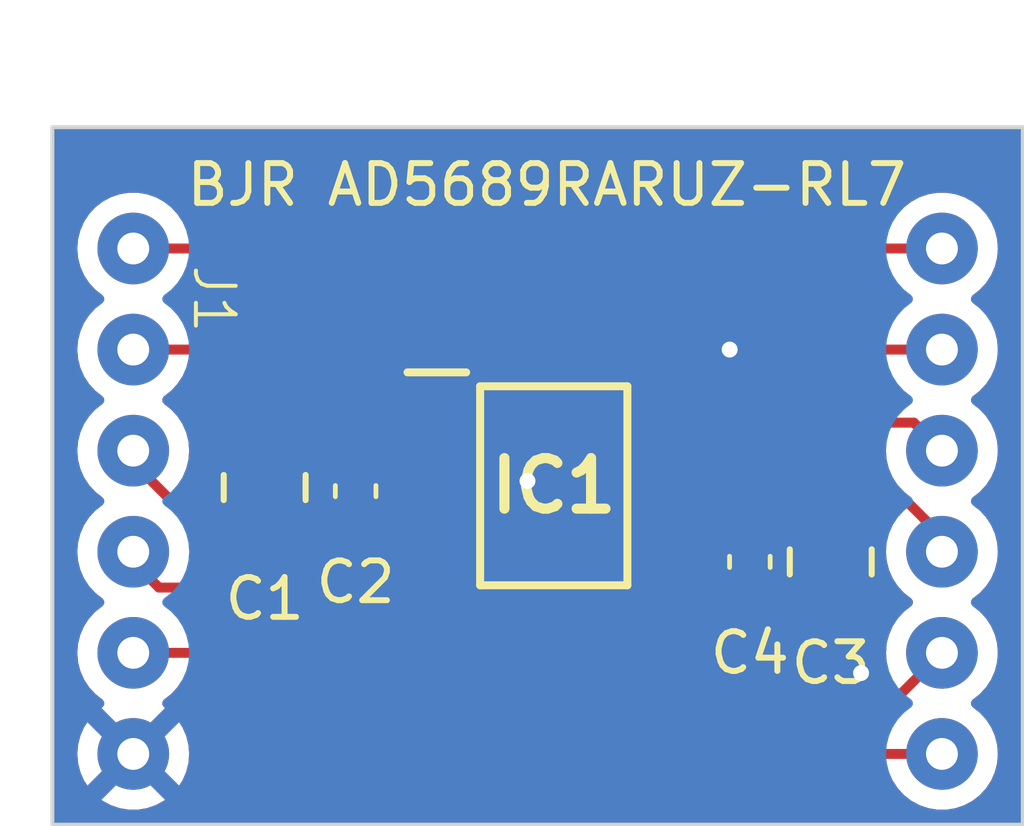
<source format=kicad_pcb>
(kicad_pcb (version 20221018) (generator pcbnew)
  (layers (0 "F.Cu" signal) (31 "B.Cu" signal) (34 "B.Paste" user) (35 "F.Paste" user) (36 "B.SilkS" user "B.Silkscreen") (37 "F.SilkS" user "F.Silkscreen") (38 "B.Mask" user) (39 "F.Mask" user) (44 "Edge.Cuts" user))
  (net 0 "")
  (net 1 "5V")
  (net 2 "GND")
  (net 3 "2V5_ref")
  (net 5 "VOUT_A")
  (net 7 "VOUT_B")
  (net 8 "SDO")
  (net 9 "!LDAC")
  (net 10 "3V3")
  (net 11 "SCLK")
  (net 12 "!SYNC")
  (net 13 "SDIN")
  (net 14 "!RESET")
  (footprint "21xt_footprints:SOP65P640X120-16N" (layer "F.Cu") (at 38.506176 31.3623)
    (fp_text reference "IC1" (at 0 0) (layer "F.SilkS") (effects (font (size 1.27 1.27) (thickness 0.254))))
    (fp_text value "AD5689RARUZ-RL7" hide)
    (fp_line (start -3.675 -2.85) (end -2.2 -2.85) (stroke (width 0.2)) (layer "F.SilkS"))
    (fp_line (start -1.85 -2.5) (end 1.85 -2.5) (stroke (width 0.2)) (layer "F.SilkS"))
    (fp_line (start -1.85 2.5) (end -1.85 -2.5) (stroke (width 0.2)) (layer "F.SilkS"))
    (fp_line (start 1.85 -2.5) (end 1.85 2.5) (stroke (width 0.2)) (layer "F.SilkS"))
    (fp_line (start 1.85 2.5) (end -1.85 2.5) (stroke (width 0.2)) (layer "F.SilkS"))
    (pad "1" smd rect (at -2.938 -2.275 90) (size 0.45 1.475) (layers "F.Cu" "F.Paste" "F.Mask") (net 3 "2V5_ref"))
    (pad "2" smd rect (at -2.938 -1.625 90) (size 0.45 1.475) (layers "F.Cu" "F.Paste" "F.Mask"))
    (pad "3" smd rect (at -2.938 -0.975 90) (size 0.45 1.475) (layers "F.Cu" "F.Paste" "F.Mask") (net 5 "VOUT_A"))
    (pad "4" smd rect (at -2.938 -0.325 90) (size 0.45 1.475) (layers "F.Cu" "F.Paste" "F.Mask") (net 2 "GND"))
    (pad "5" smd rect (at -2.938 0.325 90) (size 0.45 1.475) (layers "F.Cu" "F.Paste" "F.Mask") (net 1 "5V"))
    (pad "6" smd rect (at -2.938 0.975 90) (size 0.45 1.475) (layers "F.Cu" "F.Paste" "F.Mask"))
    (pad "7" smd rect (at -2.938 1.625 90) (size 0.45 1.475) (layers "F.Cu" "F.Paste" "F.Mask") (net 7 "VOUT_B"))
    (pad "8" smd rect (at -2.938 2.275 90) (size 0.45 1.475) (layers "F.Cu" "F.Paste" "F.Mask") (net 8 "SDO"))
    (pad "9" smd rect (at 2.938 2.275 90) (size 0.45 1.475) (layers "F.Cu" "F.Paste" "F.Mask") (net 9 "!LDAC"))
    (pad "10" smd rect (at 2.938 1.625 90) (size 0.45 1.475) (layers "F.Cu" "F.Paste" "F.Mask") (net 10 "3V3"))
    (pad "11" smd rect (at 2.938 0.975 90) (size 0.45 1.475) (layers "F.Cu" "F.Paste" "F.Mask") (net 10 "3V3"))
    (pad "12" smd rect (at 2.938 0.325 90) (size 0.45 1.475) (layers "F.Cu" "F.Paste" "F.Mask") (net 11 "SCLK"))
    (pad "13" smd rect (at 2.938 -0.325 90) (size 0.45 1.475) (layers "F.Cu" "F.Paste" "F.Mask") (net 12 "!SYNC"))
    (pad "14" smd rect (at 2.938 -0.975 90) (size 0.45 1.475) (layers "F.Cu" "F.Paste" "F.Mask") (net 13 "SDIN"))
    (pad "15" smd rect (at 2.938 -1.625 90) (size 0.45 1.475) (layers "F.Cu" "F.Paste" "F.Mask") (net 14 "!RESET"))
    (pad "16" smd rect (at 2.938 -2.275 90) (size 0.45 1.475) (layers "F.Cu" "F.Paste" "F.Mask") (net 2 "GND"))
  )
  (footprint "21xt_footprints:6pin-6pin breadboard" (layer "F.Cu") (at 35.56 38.1)
    (fp_text reference "J1" (at -5.588 -11.43 -90 unlocked) (layer "F.SilkS") (effects (font (thickness 0.1))))
    (fp_text value "Conn_01x12_Pin")
    (pad "1" thru_hole circle (at -7.62 -12.7 270) (size 1.8 1.8) (drill 0.8) (layers "*.Cu" "*.Mask") (net 3 "2V5_ref"))
    (pad "2" thru_hole circle (at -7.62 -10.16 270) (size 1.8 1.8) (drill 0.8) (layers "*.Cu" "*.Mask") (net 5 "VOUT_A"))
    (pad "3" thru_hole circle (at -7.62 -7.62 270) (size 1.8 1.8) (drill 0.8) (layers "*.Cu" "*.Mask") (net 1 "5V"))
    (pad "4" thru_hole circle (at -7.62 -5.08 270) (size 1.8 1.8) (drill 0.8) (layers "*.Cu" "*.Mask") (net 7 "VOUT_B"))
    (pad "5" thru_hole circle (at -7.62 -2.54 270) (size 1.8 1.8) (drill 0.8) (layers "*.Cu" "*.Mask") (net 8 "SDO"))
    (pad "6" thru_hole circle (at -7.62 0 270) (size 1.8 1.8) (drill 0.8) (layers "*.Cu" "*.Mask") (net 2 "GND"))
    (pad "7" thru_hole circle (at 12.7 -12.7 270) (size 1.8 1.8) (drill 0.8) (layers "*.Cu" "*.Mask") (net 14 "!RESET"))
    (pad "8" thru_hole circle (at 12.7 -10.16 270) (size 1.8 1.8) (drill 0.8) (layers "*.Cu" "*.Mask") (net 13 "SDIN"))
    (pad "9" thru_hole circle (at 12.7 -7.62 270) (size 1.8 1.8) (drill 0.8) (layers "*.Cu" "*.Mask") (net 12 "!SYNC"))
    (pad "10" thru_hole circle (at 12.7 -5.08 270) (size 1.8 1.8) (drill 0.8) (layers "*.Cu" "*.Mask") (net 11 "SCLK"))
    (pad "11" thru_hole circle (at 12.7 -2.54 270) (size 1.8 1.8) (drill 0.8) (layers "*.Cu" "*.Mask") (net 9 "!LDAC"))
    (pad "12" thru_hole circle (at 12.7 0 270) (size 1.8 1.8) (drill 0.8) (layers "*.Cu" "*.Mask") (net 10 "3V3"))
  )
  (footprint "Capacitor_SMD:C_0603_1608Metric" (layer "F.Cu") (at 43.434 33.274 -90)
    (fp_text reference "C4" (at 2.286 0 -180) (layer "F.SilkS"))
    (fp_text value "0.1u")
    (fp_line (start -0.14058 -0.51) (end 0.14058 -0.51) (stroke (width 0.12)) (layer "F.SilkS"))
    (fp_line (start -0.14058 0.51) (end 0.14058 0.51) (stroke (width 0.12)) (layer "F.SilkS"))
    (pad "1" smd roundrect (at -0.775 0 270) (size 0.9 0.95) (layers "F.Cu" "F.Paste" "F.Mask") (net 10 "3V3"))
    (pad "2" smd roundrect (at 0.775 0 270) (size 0.9 0.95) (layers "F.Cu" "F.Paste" "F.Mask") (net 2 "GND"))
  )
  (footprint "21xt_footprints:CAP_TPS_A_AVX" (layer "F.Cu") (at 45.466 33.274 -90)
    (fp_text reference "C3" (at 2.54 0 unlocked) (layer "F.SilkS"))
    (fp_text value "10u")
    (fp_line (start -0.315613 1.0287) (end 0.315613 1.0287) (stroke (width 0.1524)) (layer "F.SilkS"))
    (fp_line (start 0.315613 -1.0287) (end -0.315613 -1.0287) (stroke (width 0.1524)) (layer "F.SilkS"))
    (pad "1" smd rect (at -1.105424 0) (size 1.397 1.497552) (layers "F.Cu" "F.Paste" "F.Mask") (net 10 "3V3"))
    (pad "2" smd rect (at 1.105424 0) (size 1.397 1.497552) (layers "F.Cu" "F.Paste" "F.Mask") (net 2 "GND"))
    (zone (net 0) (net_name "") (layer "F.Cu") (connect_pads (clearance 0)) (min_thickness 0.254)
      (keepout (tracks not_allowed) (vias not_allowed) (pads allowed) (copperpour not_allowed) (footprints allowed))
      (fill (thermal_gap 0.508) (thermal_bridge_width 0.508))
      (polygon (pts (xy 44.7167 31.623) (xy 44.7167 34.925) (xy 44.6151 34.925) (xy 44.6151 31.623)))
    )
    (zone (net 0) (net_name "") (layer "F.Cu") (connect_pads (clearance 0)) (min_thickness 0.254)
      (keepout (tracks not_allowed) (vias not_allowed) (pads allowed) (copperpour not_allowed) (footprints allowed))
      (fill (thermal_gap 0.508) (thermal_bridge_width 0.508))
      (polygon (pts (xy 46.2153 32.968151) (xy 46.2153 33.579849) (xy 44.7167 33.579849) (xy 44.7167 32.968151)))
    )
    (zone (net 0) (net_name "") (layer "F.Cu") (connect_pads (clearance 0)) (min_thickness 0.254)
      (keepout (tracks not_allowed) (vias not_allowed) (pads allowed) (copperpour not_allowed) (footprints allowed))
      (fill (thermal_gap 0.508) (thermal_bridge_width 0.508))
      (polygon (pts (xy 46.3169 31.623) (xy 46.3169 34.925) (xy 46.2153 34.925) (xy 46.2153 31.623)))
    )
  )
  (footprint "Capacitor_SMD:C_0603_1608Metric" (layer "F.Cu") (at 33.528 31.496 90)
    (fp_text reference "C2" (at -2.286 0 180) (layer "F.SilkS"))
    (fp_text value "0.1u")
    (fp_line (start -0.14058 -0.51) (end 0.14058 -0.51) (stroke (width 0.12)) (layer "F.SilkS"))
    (fp_line (start -0.14058 0.51) (end 0.14058 0.51) (stroke (width 0.12)) (layer "F.SilkS"))
    (pad "1" smd roundrect (at -0.775 0 90) (size 0.9 0.95) (layers "F.Cu" "F.Paste" "F.Mask") (net 1 "5V"))
    (pad "2" smd roundrect (at 0.775 0 90) (size 0.9 0.95) (layers "F.Cu" "F.Paste" "F.Mask") (net 2 "GND"))
  )
  (footprint "21xt_footprints:CAP_TPS_A_AVX" (layer "F.Cu") (at 31.242 31.406576 90)
    (fp_text reference "C1" (at -2.794 0 unlocked) (layer "F.SilkS"))
    (fp_text value "10u")
    (fp_line (start -0.315613 1.0287) (end 0.315613 1.0287) (stroke (width 0.1524)) (layer "F.SilkS"))
    (fp_line (start 0.315613 -1.0287) (end -0.315613 -1.0287) (stroke (width 0.1524)) (layer "F.SilkS"))
    (pad "1" smd rect (at -1.105424 0 180) (size 1.397 1.497552) (layers "F.Cu" "F.Paste" "F.Mask") (net 1 "5V"))
    (pad "2" smd rect (at 1.105424 0 180) (size 1.397 1.497552) (layers "F.Cu" "F.Paste" "F.Mask") (net 2 "GND"))
    (zone (net 0) (net_name "") (layer "F.Cu") (connect_pads (clearance 0)) (min_thickness 0.254)
      (keepout (tracks not_allowed) (vias not_allowed) (pads allowed) (copperpour not_allowed) (footprints allowed))
      (fill (thermal_gap 0.508) (thermal_bridge_width 0.508))
      (polygon (pts (xy 30.3911 33.057576) (xy 30.3911 29.755576) (xy 30.4927 29.755576) (xy 30.4927 33.057576)))
    )
    (zone (net 0) (net_name "") (layer "F.Cu") (connect_pads (clearance 0)) (min_thickness 0.254)
      (keepout (tracks not_allowed) (vias not_allowed) (pads allowed) (copperpour not_allowed) (footprints allowed))
      (fill (thermal_gap 0.508) (thermal_bridge_width 0.508))
      (polygon (pts (xy 30.4927 31.712425) (xy 30.4927 31.100727) (xy 31.9913 31.100727) (xy 31.9913 31.712425)))
    )
    (zone (net 0) (net_name "") (layer "F.Cu") (connect_pads (clearance 0)) (min_thickness 0.254)
      (keepout (tracks not_allowed) (vias not_allowed) (pads allowed) (copperpour not_allowed) (footprints allowed))
      (fill (thermal_gap 0.508) (thermal_bridge_width 0.508))
      (polygon (pts (xy 31.9913 33.057576) (xy 31.9913 29.755576) (xy 32.0929 29.755576) (xy 32.0929 33.057576)))
    )
  )
  (gr_rect (start 25.908 22.352) (end 50.292 39.878) (stroke (width 0.1)) (fill none) (layer "Edge.Cuts"))
  (gr_text "BJR AD5689RARUZ-RL7" (at 29.21 24.384) (layer "F.SilkS") (effects (font (size 1 1)) (justify left bottom)))
  (segment (start 33.528 32.271) (end 32.616424 33.182576) (width 0.25) (layer "F.Cu") (net 1))
  (segment (start 30.339322 33.182576) (end 27.686 30.529254) (width 0.25) (layer "F.Cu") (net 1))
  (segment (start 31.912576 33.182576) (end 31.242 32.512) (width 0.25) (layer "F.Cu") (net 1))
  (segment (start 33.528 32.271) (end 34.1117 31.6873) (width 0.25) (layer "F.Cu") (net 1))
  (segment (start 30.339322 33.182576) (end 30.571424 33.182576) (width 0.25) (layer "F.Cu") (net 1))
  (segment (start 27.686 30.529254) (end 27.686 30.48) (width 0.25) (layer "F.Cu") (net 1))
  (segment (start 34.1117 31.6873) (end 35.568176 31.6873) (width 0.25) (layer "F.Cu") (net 1))
  (segment (start 30.571424 33.182576) (end 31.242 32.512) (width 0.25) (layer "F.Cu") (net 1))
  (segment (start 32.616424 33.182576) (end 31.912576 33.182576) (width 0.25) (layer "F.Cu") (net 1))
  (segment (start 37.6413 31.0373) (end 37.846 31.242) (width 0.25) (layer "F.Cu") (net 2))
  (segment (start 46.228 36.068) (end 46.228 35.141424) (width 0.25) (layer "F.Cu") (net 2))
  (segment (start 43.434 34.049) (end 44.435 35.05) (width 0.25) (layer "F.Cu") (net 2))
  (segment (start 35.568176 31.0373) (end 37.6413 31.0373) (width 0.25) (layer "F.Cu") (net 2))
  (segment (start 33.8443 31.0373) (end 33.528 30.721) (width 0.25) (layer "F.Cu") (net 2))
  (segment (start 46.228 35.141424) (end 45.466 34.379424) (width 0.25) (layer "F.Cu") (net 2))
  (segment (start 33.528 30.721) (end 32.437576 29.630576) (width 0.25) (layer "F.Cu") (net 2))
  (segment (start 35.568176 31.0373) (end 33.8443 31.0373) (width 0.25) (layer "F.Cu") (net 2))
  (segment (start 41.444176 29.0873) (end 41.7787 29.0873) (width 0.25) (layer "F.Cu") (net 2))
  (segment (start 32.437576 29.630576) (end 31.912576 29.630576) (width 0.25) (layer "F.Cu") (net 2))
  (segment (start 31.912576 29.630576) (end 31.242 30.301152) (width 0.25) (layer "F.Cu") (net 2))
  (segment (start 44.795424 35.05) (end 45.466 34.379424) (width 0.25) (layer "F.Cu") (net 2))
  (segment (start 41.7787 29.0873) (end 42.926 27.94) (width 0.25) (layer "F.Cu") (net 2))
  (segment (start 44.435 35.05) (end 44.795424 35.05) (width 0.25) (layer "F.Cu") (net 2))
  (via (at 42.926 27.94) (size 0.8) (drill 0.4) (layers "F.Cu" "B.Cu") (net 2))
  (via (at 46.228 36.068) (size 0.8) (drill 0.4) (layers "F.Cu" "B.Cu") (net 2))
  (via (at 37.846 31.242) (size 0.8) (drill 0.4) (layers "F.Cu" "B.Cu") (net 2))
  (segment (start 31.880876 25.4) (end 35.568176 29.0873) (width 0.25) (layer "F.Cu") (net 3))
  (segment (start 27.686 25.4) (end 31.880876 25.4) (width 0.25) (layer "F.Cu") (net 3))
  (segment (start 34.605676 30.3873) (end 35.568176 30.3873) (width 0.25) (layer "F.Cu") (net 5))
  (segment (start 27.686 27.94) (end 32.158376 27.94) (width 0.25) (layer "F.Cu") (net 5))
  (segment (start 32.158376 27.94) (end 34.605676 30.3873) (width 0.25) (layer "F.Cu") (net 5))
  (segment (start 27.686 33.02) (end 28.586 33.92) (width 0.25) (layer "F.Cu") (net 7))
  (segment (start 33.644 33.92) (end 34.5767 32.9873) (width 0.25) (layer "F.Cu") (net 7))
  (segment (start 28.586 33.92) (end 33.644 33.92) (width 0.25) (layer "F.Cu") (net 7))
  (segment (start 34.5767 32.9873) (end 35.568176 32.9873) (width 0.25) (layer "F.Cu") (net 7))
  (segment (start 33.645476 35.56) (end 35.568176 33.6373) (width 0.25) (layer "F.Cu") (net 8))
  (segment (start 27.686 35.56) (end 33.645476 35.56) (width 0.25) (layer "F.Cu") (net 8))
  (segment (start 41.444176 33.6373) (end 44.599876 36.793) (width 0.25) (layer "F.Cu") (net 9))
  (segment (start 47.027 36.793) (end 48.26 35.56) (width 0.25) (layer "F.Cu") (net 9))
  (segment (start 44.599876 36.793) (end 47.027 36.793) (width 0.25) (layer "F.Cu") (net 9))
  (segment (start 44.435 31.498) (end 44.795424 31.498) (width 0.25) (layer "F.Cu") (net 10))
  (segment (start 44.294376 38.1) (end 40.132 33.937624) (width 0.25) (layer "F.Cu") (net 10))
  (segment (start 48.26 38.1) (end 44.294376 38.1) (width 0.25) (layer "F.Cu") (net 10))
  (segment (start 41.444176 32.3373) (end 43.2723 32.3373) (width 0.25) (layer "F.Cu") (net 10))
  (segment (start 40.6727 32.9873) (end 41.444176 32.9873) (width 0.25) (layer "F.Cu") (net 10))
  (segment (start 43.434 32.499) (end 44.435 31.498) (width 0.25) (layer "F.Cu") (net 10))
  (segment (start 40.132 33.528) (end 40.6727 32.9873) (width 0.25) (layer "F.Cu") (net 10))
  (segment (start 40.132 33.937624) (end 40.132 33.528) (width 0.25) (layer "F.Cu") (net 10))
  (segment (start 43.2723 32.3373) (end 43.434 32.499) (width 0.25) (layer "F.Cu") (net 10))
  (segment (start 44.795424 31.498) (end 45.466 32.168576) (width 0.25) (layer "F.Cu") (net 10))
  (segment (start 41.444176 32.9873) (end 41.444176 32.3373) (width 0.25) (layer "F.Cu") (net 10))
  (segment (start 44.704 30.226) (end 45.848396 30.226) (width 0.25) (layer "F.Cu") (net 11))
  (segment (start 43.2427 31.6873) (end 44.704 30.226) (width 0.25) (layer "F.Cu") (net 11))
  (segment (start 41.444176 31.6873) (end 43.2427 31.6873) (width 0.25) (layer "F.Cu") (net 11))
  (segment (start 45.848396 30.226) (end 48.26 32.637604) (width 0.25) (layer "F.Cu") (net 11))
  (segment (start 48.26 32.637604) (end 48.26 33.02) (width 0.25) (layer "F.Cu") (net 11))
  (segment (start 44.138 29.776) (end 47.556 29.776) (width 0.25) (layer "F.Cu") (net 12))
  (segment (start 47.556 29.776) (end 48.26 30.48) (width 0.25) (layer "F.Cu") (net 12))
  (segment (start 42.8767 31.0373) (end 44.138 29.776) (width 0.25) (layer "F.Cu") (net 12))
  (segment (start 41.444176 31.0373) (end 42.8767 31.0373) (width 0.25) (layer "F.Cu") (net 12))
  (segment (start 41.444176 30.3873) (end 42.7647 30.3873) (width 0.25) (layer "F.Cu") (net 13))
  (segment (start 45.212 27.94) (end 48.26 27.94) (width 0.25) (layer "F.Cu") (net 13))
  (segment (start 42.7647 30.3873) (end 45.212 27.94) (width 0.25) (layer "F.Cu") (net 13))
  (segment (start 42.3987 29.7373) (end 46.736 25.4) (width 0.25) (layer "F.Cu") (net 14))
  (segment (start 46.736 25.4) (end 48.26 25.4) (width 0.25) (layer "F.Cu") (net 14))
  (segment (start 41.444176 29.7373) (end 42.3987 29.7373) (width 0.25) (layer "F.Cu") (net 14))
  (zone (net 2) (net_name "GND") (layers "F&B.Cu") (connect_pads (clearance 0.5)) (min_thickness 0.25) (fill yes (thermal_gap 0.5) (thermal_bridge_width 0.5))
    (polygon (pts (xy 25.908 22.352) (xy 50.292 22.352) (xy 50.292 39.878) (xy 25.908 39.878) (xy 25.908 20.828)))
  )
)
</source>
